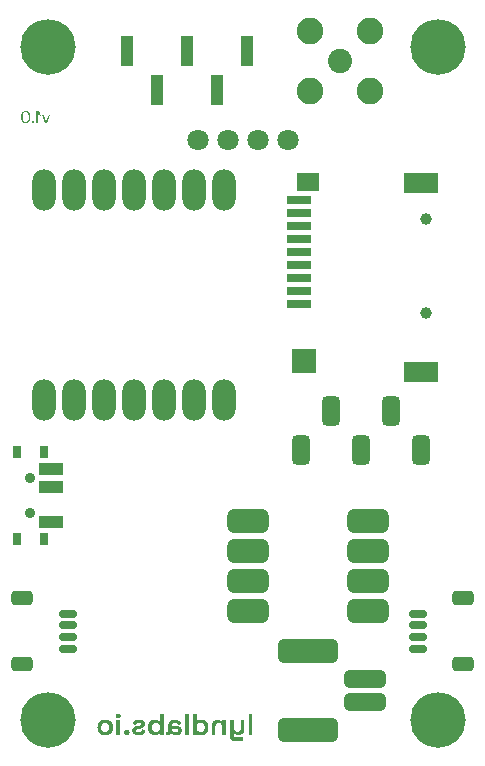
<source format=gbr>
%TF.GenerationSoftware,KiCad,Pcbnew,7.0.7-7.0.7~ubuntu22.04.1*%
%TF.CreationDate,2023-12-23T21:18:33-08:00*%
%TF.ProjectId,Wardriver-PCB,57617264-7269-4766-9572-2d5043422e6b,rev?*%
%TF.SameCoordinates,Original*%
%TF.FileFunction,Soldermask,Bot*%
%TF.FilePolarity,Negative*%
%FSLAX46Y46*%
G04 Gerber Fmt 4.6, Leading zero omitted, Abs format (unit mm)*
G04 Created by KiCad (PCBNEW 7.0.7-7.0.7~ubuntu22.04.1) date 2023-12-23 21:18:33*
%MOMM*%
%LPD*%
G01*
G04 APERTURE LIST*
G04 Aperture macros list*
%AMRoundRect*
0 Rectangle with rounded corners*
0 $1 Rounding radius*
0 $2 $3 $4 $5 $6 $7 $8 $9 X,Y pos of 4 corners*
0 Add a 4 corners polygon primitive as box body*
4,1,4,$2,$3,$4,$5,$6,$7,$8,$9,$2,$3,0*
0 Add four circle primitives for the rounded corners*
1,1,$1+$1,$2,$3*
1,1,$1+$1,$4,$5*
1,1,$1+$1,$6,$7*
1,1,$1+$1,$8,$9*
0 Add four rect primitives between the rounded corners*
20,1,$1+$1,$2,$3,$4,$5,0*
20,1,$1+$1,$4,$5,$6,$7,0*
20,1,$1+$1,$6,$7,$8,$9,0*
20,1,$1+$1,$8,$9,$2,$3,0*%
G04 Aperture macros list end*
%ADD10C,0.300000*%
%ADD11C,0.150000*%
%ADD12C,4.700000*%
%ADD13C,1.800000*%
%ADD14C,2.050000*%
%ADD15C,2.250000*%
%ADD16RoundRect,0.500000X-1.250000X0.500000X-1.250000X-0.500000X1.250000X-0.500000X1.250000X0.500000X0*%
%ADD17RoundRect,0.150000X0.625000X-0.150000X0.625000X0.150000X-0.625000X0.150000X-0.625000X-0.150000X0*%
%ADD18RoundRect,0.250000X0.650000X-0.350000X0.650000X0.350000X-0.650000X0.350000X-0.650000X-0.350000X0*%
%ADD19C,1.000000*%
%ADD20R,2.000000X0.700000*%
%ADD21R,1.900000X1.600000*%
%ADD22R,3.000000X1.700000*%
%ADD23R,2.000000X2.100000*%
%ADD24RoundRect,0.375000X1.375000X-0.375000X1.375000X0.375000X-1.375000X0.375000X-1.375000X-0.375000X0*%
%ADD25RoundRect,0.333335X2.166665X-0.666665X2.166665X0.666665X-2.166665X0.666665X-2.166665X-0.666665X0*%
%ADD26O,2.000000X3.500000*%
%ADD27RoundRect,0.150000X-0.625000X0.150000X-0.625000X-0.150000X0.625000X-0.150000X0.625000X0.150000X0*%
%ADD28RoundRect,0.250000X-0.650000X0.350000X-0.650000X-0.350000X0.650000X-0.350000X0.650000X0.350000X0*%
%ADD29R,1.000000X2.510000*%
%ADD30R,0.800000X1.000000*%
%ADD31C,0.900000*%
%ADD32R,2.000000X1.000000*%
%ADD33RoundRect,0.375000X-0.375000X-0.880000X0.375000X-0.880000X0.375000X0.880000X-0.375000X0.880000X0*%
G04 APERTURE END LIST*
D10*
G36*
X803705Y-29754000D02*
G01*
X803705Y-27990175D01*
X486287Y-27990175D01*
X486287Y-29754000D01*
X803705Y-29754000D01*
G37*
G36*
X-2588Y-30257824D02*
G01*
X-2588Y-29980852D01*
X-682707Y-29980852D01*
X-703098Y-29979006D01*
X-720033Y-29973468D01*
X-735793Y-29961948D01*
X-746576Y-29945111D01*
X-751761Y-29927019D01*
X-753489Y-29905235D01*
X-753489Y-29590015D01*
X-708206Y-29590015D01*
X-699819Y-29606172D01*
X-689824Y-29622328D01*
X-678221Y-29638485D01*
X-665012Y-29654642D01*
X-652776Y-29668105D01*
X-644898Y-29676184D01*
X-630831Y-29689145D01*
X-615283Y-29701377D01*
X-598253Y-29712879D01*
X-579743Y-29723651D01*
X-563868Y-29731743D01*
X-547045Y-29739368D01*
X-529274Y-29746526D01*
X-510397Y-29753017D01*
X-490256Y-29758643D01*
X-468851Y-29763404D01*
X-446182Y-29767299D01*
X-428351Y-29769652D01*
X-409809Y-29771518D01*
X-390556Y-29772897D01*
X-370592Y-29773790D01*
X-349917Y-29774196D01*
X-342868Y-29774223D01*
X-324710Y-29773962D01*
X-306838Y-29773179D01*
X-289251Y-29771873D01*
X-263404Y-29768937D01*
X-238200Y-29764826D01*
X-213636Y-29759540D01*
X-189714Y-29753079D01*
X-166434Y-29745444D01*
X-143794Y-29736634D01*
X-121797Y-29726649D01*
X-100440Y-29715490D01*
X-86559Y-29707398D01*
X-66463Y-29694416D01*
X-47224Y-29680530D01*
X-28843Y-29665740D01*
X-11319Y-29650046D01*
X5345Y-29633447D01*
X21153Y-29615945D01*
X36102Y-29597538D01*
X50194Y-29578227D01*
X63429Y-29558012D01*
X75805Y-29536893D01*
X83579Y-29522311D01*
X94343Y-29499749D01*
X104048Y-29476576D01*
X112695Y-29452794D01*
X120282Y-29428400D01*
X126811Y-29403396D01*
X132281Y-29377782D01*
X135340Y-29360366D01*
X137928Y-29342679D01*
X140045Y-29324721D01*
X141692Y-29306492D01*
X142869Y-29287991D01*
X143574Y-29269219D01*
X143810Y-29250175D01*
X143810Y-28504111D01*
X-174047Y-28504111D01*
X-174047Y-29224676D01*
X-174654Y-29250519D01*
X-176474Y-29275125D01*
X-179507Y-29298494D01*
X-183753Y-29320627D01*
X-189213Y-29341524D01*
X-195886Y-29361184D01*
X-203773Y-29379607D01*
X-212872Y-29396794D01*
X-223185Y-29412745D01*
X-234712Y-29427459D01*
X-243070Y-29436581D01*
X-256612Y-29449152D01*
X-271190Y-29460487D01*
X-286803Y-29470585D01*
X-303451Y-29479446D01*
X-321136Y-29487071D01*
X-339855Y-29493460D01*
X-359611Y-29498612D01*
X-380402Y-29502527D01*
X-402228Y-29505206D01*
X-425090Y-29506649D01*
X-440907Y-29506923D01*
X-458949Y-29506546D01*
X-485046Y-29504562D01*
X-509985Y-29500878D01*
X-533764Y-29495495D01*
X-556384Y-29488411D01*
X-577844Y-29479626D01*
X-598146Y-29469142D01*
X-617288Y-29456958D01*
X-635271Y-29443073D01*
X-652095Y-29427488D01*
X-667759Y-29410203D01*
X-682137Y-29391310D01*
X-695101Y-29371064D01*
X-706651Y-29349465D01*
X-716786Y-29326514D01*
X-725507Y-29302211D01*
X-730535Y-29285257D01*
X-734935Y-29267703D01*
X-738706Y-29249547D01*
X-741849Y-29230791D01*
X-744363Y-29211433D01*
X-746249Y-29191474D01*
X-747506Y-29170914D01*
X-748134Y-29149753D01*
X-748213Y-29138947D01*
X-748213Y-28504111D01*
X-1066071Y-28504111D01*
X-1066071Y-29975577D01*
X-1065406Y-29999269D01*
X-1063412Y-30022042D01*
X-1060089Y-30043896D01*
X-1055437Y-30064830D01*
X-1049455Y-30084844D01*
X-1042145Y-30103939D01*
X-1033505Y-30122114D01*
X-1023536Y-30139369D01*
X-1012237Y-30155705D01*
X-999610Y-30171121D01*
X-990453Y-30180887D01*
X-975830Y-30194637D01*
X-960319Y-30207034D01*
X-943919Y-30218078D01*
X-926630Y-30227770D01*
X-908453Y-30236110D01*
X-889386Y-30243098D01*
X-869431Y-30248733D01*
X-848588Y-30253015D01*
X-826855Y-30255945D01*
X-804234Y-30257523D01*
X-788660Y-30257824D01*
X-2588Y-30257824D01*
G37*
G36*
X-1417341Y-29754000D02*
G01*
X-1417341Y-28504111D01*
X-1729923Y-28504111D01*
X-1729923Y-28668096D01*
X-1775205Y-28668096D01*
X-1783613Y-28651719D01*
X-1793670Y-28635563D01*
X-1805375Y-28619626D01*
X-1818729Y-28603909D01*
X-1833732Y-28588412D01*
X-1850383Y-28573134D01*
X-1863954Y-28561820D01*
X-1878451Y-28550630D01*
X-1888632Y-28543239D01*
X-1904965Y-28532632D01*
X-1922805Y-28523069D01*
X-1942152Y-28514549D01*
X-1963006Y-28507072D01*
X-1985367Y-28500638D01*
X-2009235Y-28495248D01*
X-2034610Y-28490901D01*
X-2052364Y-28488583D01*
X-2070787Y-28486728D01*
X-2089880Y-28485337D01*
X-2109643Y-28484409D01*
X-2130076Y-28483946D01*
X-2140544Y-28483888D01*
X-2158699Y-28484149D01*
X-2176567Y-28484932D01*
X-2194145Y-28486237D01*
X-2219972Y-28489174D01*
X-2245150Y-28493285D01*
X-2269679Y-28498571D01*
X-2293558Y-28505032D01*
X-2316788Y-28512667D01*
X-2339370Y-28521477D01*
X-2361302Y-28531461D01*
X-2382585Y-28542621D01*
X-2396413Y-28550713D01*
X-2416509Y-28563687D01*
X-2435748Y-28577549D01*
X-2454129Y-28592301D01*
X-2471652Y-28607941D01*
X-2488318Y-28624470D01*
X-2504125Y-28641888D01*
X-2519075Y-28660194D01*
X-2533167Y-28679389D01*
X-2546401Y-28699473D01*
X-2558778Y-28720445D01*
X-2566552Y-28734921D01*
X-2577395Y-28757191D01*
X-2587170Y-28780150D01*
X-2595880Y-28803796D01*
X-2603523Y-28828131D01*
X-2610099Y-28853153D01*
X-2615610Y-28878862D01*
X-2618690Y-28896384D01*
X-2621297Y-28914212D01*
X-2623430Y-28932345D01*
X-2625089Y-28950784D01*
X-2626274Y-28969529D01*
X-2626985Y-28988579D01*
X-2627222Y-29007935D01*
X-2627222Y-29754000D01*
X-2309364Y-29754000D01*
X-2309364Y-29033434D01*
X-2308754Y-29007596D01*
X-2306922Y-28983001D01*
X-2303870Y-28959651D01*
X-2299596Y-28937545D01*
X-2294102Y-28916684D01*
X-2287386Y-28897066D01*
X-2279449Y-28878693D01*
X-2270292Y-28861564D01*
X-2259913Y-28845679D01*
X-2248313Y-28831038D01*
X-2239902Y-28821969D01*
X-2226438Y-28809319D01*
X-2211932Y-28797914D01*
X-2196382Y-28787753D01*
X-2179788Y-28778836D01*
X-2162152Y-28771164D01*
X-2143472Y-28764735D01*
X-2123749Y-28759551D01*
X-2102982Y-28755611D01*
X-2081173Y-28752915D01*
X-2058320Y-28751464D01*
X-2042505Y-28751187D01*
X-2024461Y-28751567D01*
X-1998354Y-28753559D01*
X-1973399Y-28757260D01*
X-1949596Y-28762668D01*
X-1926944Y-28769784D01*
X-1905443Y-28778608D01*
X-1885094Y-28789140D01*
X-1865896Y-28801380D01*
X-1847850Y-28815328D01*
X-1830956Y-28830984D01*
X-1815212Y-28848347D01*
X-1800834Y-28867162D01*
X-1787871Y-28887337D01*
X-1776321Y-28908873D01*
X-1766186Y-28931768D01*
X-1757465Y-28956024D01*
X-1752437Y-28972950D01*
X-1748037Y-28990480D01*
X-1744265Y-29008615D01*
X-1741123Y-29027355D01*
X-1738609Y-29046699D01*
X-1736723Y-29066647D01*
X-1735466Y-29087200D01*
X-1734837Y-29108358D01*
X-1734759Y-29119163D01*
X-1734759Y-29754000D01*
X-1417341Y-29754000D01*
G37*
G36*
X-3906127Y-28647872D02*
G01*
X-3860404Y-28647872D01*
X-3852015Y-28633724D01*
X-3840475Y-28617114D01*
X-3827327Y-28600906D01*
X-3815142Y-28587706D01*
X-3801841Y-28574785D01*
X-3787424Y-28562143D01*
X-3784401Y-28559629D01*
X-3768434Y-28547470D01*
X-3751051Y-28535999D01*
X-3732250Y-28525214D01*
X-3716190Y-28517080D01*
X-3699222Y-28509387D01*
X-3681348Y-28502133D01*
X-3662568Y-28495318D01*
X-3652861Y-28492124D01*
X-3632583Y-28486354D01*
X-3611151Y-28481408D01*
X-3588564Y-28477286D01*
X-3570867Y-28474736D01*
X-3552521Y-28472650D01*
X-3533525Y-28471027D01*
X-3513881Y-28469868D01*
X-3493587Y-28469172D01*
X-3472644Y-28468940D01*
X-3453827Y-28469230D01*
X-3435186Y-28470101D01*
X-3416719Y-28471552D01*
X-3398428Y-28473584D01*
X-3380312Y-28476196D01*
X-3362371Y-28479388D01*
X-3344605Y-28483161D01*
X-3327015Y-28487515D01*
X-3309599Y-28492449D01*
X-3292359Y-28497963D01*
X-3275294Y-28504058D01*
X-3258404Y-28510733D01*
X-3241689Y-28517989D01*
X-3225149Y-28525825D01*
X-3208785Y-28534242D01*
X-3192595Y-28543239D01*
X-3176744Y-28552798D01*
X-3161285Y-28562899D01*
X-3146217Y-28573543D01*
X-3131541Y-28584730D01*
X-3117256Y-28596459D01*
X-3103363Y-28608731D01*
X-3089861Y-28621546D01*
X-3076751Y-28634903D01*
X-3064033Y-28648803D01*
X-3051705Y-28663246D01*
X-3039770Y-28678231D01*
X-3028226Y-28693760D01*
X-3017074Y-28709830D01*
X-3006313Y-28726444D01*
X-2995944Y-28743600D01*
X-2985966Y-28761299D01*
X-2976543Y-28779453D01*
X-2967728Y-28798084D01*
X-2959521Y-28817193D01*
X-2951922Y-28836779D01*
X-2944930Y-28856843D01*
X-2938547Y-28877384D01*
X-2932772Y-28898402D01*
X-2927604Y-28919898D01*
X-2923045Y-28941871D01*
X-2919093Y-28964322D01*
X-2915749Y-28987250D01*
X-2913014Y-29010656D01*
X-2910886Y-29034538D01*
X-2909366Y-29058899D01*
X-2908454Y-29083737D01*
X-2908150Y-29109052D01*
X-2908150Y-29149059D01*
X-2908454Y-29174376D01*
X-2909366Y-29199219D01*
X-2910886Y-29223588D01*
X-2913014Y-29247483D01*
X-2915749Y-29270904D01*
X-2919093Y-29293851D01*
X-2923045Y-29316324D01*
X-2927604Y-29338323D01*
X-2932772Y-29359848D01*
X-2938547Y-29380899D01*
X-2944930Y-29401476D01*
X-2951922Y-29421579D01*
X-2959521Y-29441208D01*
X-2967728Y-29460363D01*
X-2976543Y-29479044D01*
X-2985966Y-29497251D01*
X-2995949Y-29514897D01*
X-3006334Y-29532003D01*
X-3017120Y-29548570D01*
X-3028309Y-29564598D01*
X-3039899Y-29580087D01*
X-3051891Y-29595036D01*
X-3064285Y-29609446D01*
X-3077081Y-29623317D01*
X-3090278Y-29636649D01*
X-3103878Y-29649441D01*
X-3117879Y-29661695D01*
X-3132283Y-29673409D01*
X-3147088Y-29684583D01*
X-3162295Y-29695219D01*
X-3177904Y-29705315D01*
X-3193914Y-29714872D01*
X-3210202Y-29723869D01*
X-3226640Y-29732286D01*
X-3243229Y-29740122D01*
X-3259970Y-29747377D01*
X-3276862Y-29754053D01*
X-3293904Y-29760148D01*
X-3311098Y-29765662D01*
X-3328443Y-29770596D01*
X-3345940Y-29774949D01*
X-3363587Y-29778722D01*
X-3381385Y-29781915D01*
X-3399335Y-29784527D01*
X-3417435Y-29786558D01*
X-3435687Y-29788010D01*
X-3454090Y-29788880D01*
X-3472644Y-29789170D01*
X-3483253Y-29789114D01*
X-3503992Y-29788664D01*
X-3524091Y-29787764D01*
X-3543552Y-29786415D01*
X-3562374Y-29784615D01*
X-3580557Y-29782365D01*
X-3606634Y-29778147D01*
X-3631273Y-29772916D01*
X-3654475Y-29766673D01*
X-3676240Y-29759418D01*
X-3696567Y-29751150D01*
X-3715457Y-29741870D01*
X-3732909Y-29731578D01*
X-3749316Y-29720585D01*
X-3764903Y-29709368D01*
X-3779672Y-29697926D01*
X-3793621Y-29686261D01*
X-3810945Y-29670359D01*
X-3826813Y-29654058D01*
X-3841225Y-29637358D01*
X-3854181Y-29620261D01*
X-3865680Y-29602764D01*
X-3910963Y-29602764D01*
X-3910963Y-29754000D01*
X-4223545Y-29754000D01*
X-4223545Y-29141585D01*
X-3910963Y-29141585D01*
X-3910578Y-29163941D01*
X-3909424Y-29185617D01*
X-3907500Y-29206613D01*
X-3904808Y-29226930D01*
X-3901345Y-29246566D01*
X-3897114Y-29265521D01*
X-3892113Y-29283797D01*
X-3886343Y-29301393D01*
X-3879803Y-29318309D01*
X-3872494Y-29334544D01*
X-3860088Y-29357623D01*
X-3845951Y-29379171D01*
X-3830083Y-29399189D01*
X-3812484Y-29417677D01*
X-3806309Y-29423492D01*
X-3787218Y-29439831D01*
X-3767278Y-29454507D01*
X-3746487Y-29467523D01*
X-3724846Y-29478876D01*
X-3702355Y-29488569D01*
X-3679014Y-29496599D01*
X-3654822Y-29502968D01*
X-3629781Y-29507676D01*
X-3603890Y-29510722D01*
X-3586157Y-29511830D01*
X-3568046Y-29512199D01*
X-3549986Y-29511830D01*
X-3523592Y-29509891D01*
X-3498033Y-29506291D01*
X-3473309Y-29501030D01*
X-3449419Y-29494107D01*
X-3426364Y-29485522D01*
X-3404143Y-29475276D01*
X-3382757Y-29463369D01*
X-3362206Y-29449800D01*
X-3342489Y-29434569D01*
X-3323607Y-29417677D01*
X-3306087Y-29399189D01*
X-3290289Y-29379171D01*
X-3276215Y-29357623D01*
X-3263865Y-29334544D01*
X-3256588Y-29318309D01*
X-3250078Y-29301393D01*
X-3244334Y-29283797D01*
X-3239355Y-29265521D01*
X-3235142Y-29246566D01*
X-3231696Y-29226930D01*
X-3229015Y-29206613D01*
X-3227100Y-29185617D01*
X-3225951Y-29163941D01*
X-3225568Y-29141585D01*
X-3225568Y-29116526D01*
X-3225951Y-29094169D01*
X-3227100Y-29072493D01*
X-3229015Y-29051497D01*
X-3231696Y-29031181D01*
X-3235142Y-29011545D01*
X-3239355Y-28992589D01*
X-3244334Y-28974313D01*
X-3250078Y-28956718D01*
X-3256588Y-28939802D01*
X-3263865Y-28923566D01*
X-3276215Y-28900488D01*
X-3290289Y-28878940D01*
X-3306087Y-28858921D01*
X-3323607Y-28840434D01*
X-3329809Y-28834618D01*
X-3348969Y-28818280D01*
X-3368964Y-28803603D01*
X-3389793Y-28790588D01*
X-3411457Y-28779234D01*
X-3433956Y-28769542D01*
X-3457290Y-28761511D01*
X-3481458Y-28755142D01*
X-3506460Y-28750435D01*
X-3532298Y-28747388D01*
X-3549986Y-28746281D01*
X-3568046Y-28745912D01*
X-3577309Y-28746004D01*
X-3595530Y-28746742D01*
X-3613342Y-28748219D01*
X-3639294Y-28751819D01*
X-3664327Y-28757081D01*
X-3688439Y-28764004D01*
X-3711632Y-28772588D01*
X-3733906Y-28782834D01*
X-3755259Y-28794742D01*
X-3775693Y-28808311D01*
X-3795208Y-28823541D01*
X-3813803Y-28840434D01*
X-3831166Y-28858921D01*
X-3846822Y-28878940D01*
X-3860770Y-28900488D01*
X-3873009Y-28923566D01*
X-3880221Y-28939802D01*
X-3886673Y-28956718D01*
X-3892366Y-28974313D01*
X-3897299Y-28992589D01*
X-3901474Y-29011545D01*
X-3904890Y-29031181D01*
X-3907547Y-29051497D01*
X-3909444Y-29072493D01*
X-3910583Y-29094169D01*
X-3910963Y-29116526D01*
X-3910963Y-29141585D01*
X-4223545Y-29141585D01*
X-4223545Y-27990175D01*
X-3906127Y-27990175D01*
X-3906127Y-28647872D01*
G37*
G36*
X-4575694Y-29754000D02*
G01*
X-4575694Y-27990175D01*
X-4893112Y-27990175D01*
X-4893112Y-29754000D01*
X-4575694Y-29754000D01*
G37*
G36*
X-5744936Y-28469133D02*
G01*
X-5725345Y-28469710D01*
X-5706138Y-28470671D01*
X-5687316Y-28472018D01*
X-5668879Y-28473749D01*
X-5650826Y-28475864D01*
X-5633159Y-28478365D01*
X-5607378Y-28482837D01*
X-5582463Y-28488174D01*
X-5558413Y-28494377D01*
X-5535229Y-28501446D01*
X-5512911Y-28509380D01*
X-5491458Y-28518180D01*
X-5477621Y-28524400D01*
X-5457530Y-28534181D01*
X-5438234Y-28544503D01*
X-5419735Y-28555366D01*
X-5402031Y-28566770D01*
X-5385124Y-28578715D01*
X-5369012Y-28591201D01*
X-5353697Y-28604227D01*
X-5339177Y-28617795D01*
X-5325453Y-28631904D01*
X-5312526Y-28646554D01*
X-5304315Y-28656511D01*
X-5292534Y-28671691D01*
X-5281394Y-28687165D01*
X-5270895Y-28702933D01*
X-5261038Y-28718994D01*
X-5251823Y-28735349D01*
X-5243248Y-28751998D01*
X-5235316Y-28768940D01*
X-5228024Y-28786176D01*
X-5221374Y-28803706D01*
X-5215366Y-28821529D01*
X-5507725Y-28920008D01*
X-5512753Y-28899070D01*
X-5519045Y-28879122D01*
X-5526601Y-28860162D01*
X-5535422Y-28842192D01*
X-5545506Y-28825211D01*
X-5556854Y-28809219D01*
X-5569466Y-28794217D01*
X-5583342Y-28780203D01*
X-5587028Y-28776849D01*
X-5602958Y-28764498D01*
X-5620784Y-28753851D01*
X-5640506Y-28744907D01*
X-5662124Y-28737667D01*
X-5679581Y-28733354D01*
X-5698105Y-28730000D01*
X-5717696Y-28727605D01*
X-5738353Y-28726167D01*
X-5760076Y-28725688D01*
X-5767569Y-28725744D01*
X-5789278Y-28726574D01*
X-5809836Y-28728402D01*
X-5829242Y-28731227D01*
X-5847497Y-28735048D01*
X-5864600Y-28739867D01*
X-5885613Y-28747842D01*
X-5904579Y-28757589D01*
X-5921499Y-28769109D01*
X-5936371Y-28782401D01*
X-5949354Y-28797074D01*
X-5960606Y-28812736D01*
X-5970127Y-28829388D01*
X-5977916Y-28847028D01*
X-5983975Y-28865658D01*
X-5988303Y-28885277D01*
X-5990899Y-28905885D01*
X-5991765Y-28927482D01*
X-5991765Y-28997824D01*
X-5648848Y-28997824D01*
X-5631331Y-28997997D01*
X-5605520Y-28998908D01*
X-5580265Y-29000599D01*
X-5555566Y-29003071D01*
X-5531424Y-29006323D01*
X-5507838Y-29010355D01*
X-5484808Y-29015169D01*
X-5462335Y-29020762D01*
X-5440419Y-29027137D01*
X-5419059Y-29034292D01*
X-5398255Y-29042227D01*
X-5384757Y-29047891D01*
X-5365205Y-29057018D01*
X-5346488Y-29066902D01*
X-5328605Y-29077543D01*
X-5311557Y-29088942D01*
X-5295344Y-29101098D01*
X-5279965Y-29114011D01*
X-5265421Y-29127682D01*
X-5251711Y-29142110D01*
X-5238837Y-29157296D01*
X-5226796Y-29173239D01*
X-5219343Y-29184281D01*
X-5209065Y-29201450D01*
X-5199869Y-29219346D01*
X-5191754Y-29237968D01*
X-5184722Y-29257316D01*
X-5178771Y-29277391D01*
X-5173903Y-29298192D01*
X-5170116Y-29319720D01*
X-5167411Y-29341974D01*
X-5165788Y-29364954D01*
X-5165247Y-29388661D01*
X-5165488Y-29404557D01*
X-5166750Y-29427833D01*
X-5169094Y-29450430D01*
X-5172520Y-29472347D01*
X-5177028Y-29493583D01*
X-5182618Y-29514140D01*
X-5189290Y-29534016D01*
X-5197044Y-29553212D01*
X-5205879Y-29571729D01*
X-5215797Y-29589565D01*
X-5226796Y-29606721D01*
X-5234715Y-29617710D01*
X-5247231Y-29633569D01*
X-5260511Y-29648679D01*
X-5274557Y-29663039D01*
X-5289367Y-29676649D01*
X-5304943Y-29689510D01*
X-5321284Y-29701621D01*
X-5338390Y-29712982D01*
X-5356261Y-29723594D01*
X-5374897Y-29733456D01*
X-5394298Y-29742569D01*
X-5407650Y-29748212D01*
X-5428085Y-29755994D01*
X-5449006Y-29762957D01*
X-5470413Y-29769101D01*
X-5492308Y-29774425D01*
X-5514690Y-29778931D01*
X-5537558Y-29782617D01*
X-5560913Y-29785484D01*
X-5584756Y-29787532D01*
X-5609085Y-29788761D01*
X-5633900Y-29789170D01*
X-5657978Y-29788838D01*
X-5681082Y-29787841D01*
X-5703213Y-29786180D01*
X-5724369Y-29783854D01*
X-5744552Y-29780863D01*
X-5763762Y-29777208D01*
X-5781997Y-29772888D01*
X-5799259Y-29767903D01*
X-5820760Y-29760223D01*
X-5840530Y-29751362D01*
X-5845216Y-29748988D01*
X-5863173Y-29739278D01*
X-5879865Y-29729225D01*
X-5895294Y-29718828D01*
X-5909458Y-29708088D01*
X-5925387Y-29694180D01*
X-5939340Y-29679735D01*
X-5951318Y-29664753D01*
X-5961698Y-29649827D01*
X-5972537Y-29633135D01*
X-5981615Y-29617772D01*
X-5989979Y-29601528D01*
X-5996601Y-29585179D01*
X-6044521Y-29585179D01*
X-6044521Y-29587817D01*
X-6045463Y-29606247D01*
X-6049286Y-29627952D01*
X-6056050Y-29648176D01*
X-6065755Y-29666918D01*
X-6078401Y-29684180D01*
X-6090635Y-29696922D01*
X-6104752Y-29708717D01*
X-6120434Y-29719330D01*
X-6137148Y-29728528D01*
X-6154891Y-29736311D01*
X-6173665Y-29742679D01*
X-6193469Y-29747632D01*
X-6214304Y-29751169D01*
X-6236169Y-29753292D01*
X-6259064Y-29754000D01*
X-6470530Y-29754000D01*
X-6470530Y-29491976D01*
X-6369853Y-29491976D01*
X-6349462Y-29490130D01*
X-6329554Y-29483040D01*
X-6314624Y-29470634D01*
X-6304670Y-29452912D01*
X-6300177Y-29434081D01*
X-6299071Y-29416358D01*
X-6299071Y-29234788D01*
X-5991765Y-29234788D01*
X-5991765Y-29260287D01*
X-5991435Y-29275485D01*
X-5989704Y-29297575D01*
X-5986489Y-29318814D01*
X-5981791Y-29339203D01*
X-5975608Y-29358742D01*
X-5967942Y-29377431D01*
X-5958792Y-29395269D01*
X-5948159Y-29412258D01*
X-5936041Y-29428397D01*
X-5922440Y-29443685D01*
X-5907355Y-29458124D01*
X-5896611Y-29467121D01*
X-5879774Y-29479528D01*
X-5862072Y-29490629D01*
X-5843504Y-29500425D01*
X-5824071Y-29508914D01*
X-5803772Y-29516097D01*
X-5782608Y-29521974D01*
X-5760578Y-29526545D01*
X-5737682Y-29529810D01*
X-5713921Y-29531769D01*
X-5689295Y-29532422D01*
X-5670835Y-29532048D01*
X-5647521Y-29530382D01*
X-5625690Y-29527383D01*
X-5605343Y-29523052D01*
X-5586480Y-29517388D01*
X-5569100Y-29510392D01*
X-5553205Y-29502063D01*
X-5535422Y-29489778D01*
X-5529033Y-29484294D01*
X-5514865Y-29469729D01*
X-5503273Y-29453940D01*
X-5494257Y-29436928D01*
X-5487817Y-29418692D01*
X-5483953Y-29399233D01*
X-5482665Y-29378549D01*
X-5482861Y-29370150D01*
X-5485063Y-29350188D01*
X-5489713Y-29331707D01*
X-5496810Y-29314708D01*
X-5506354Y-29299190D01*
X-5518345Y-29285153D01*
X-5532784Y-29272597D01*
X-5539251Y-29268018D01*
X-5556712Y-29257865D01*
X-5576019Y-29249557D01*
X-5592794Y-29244240D01*
X-5610751Y-29240105D01*
X-5629889Y-29237151D01*
X-5650208Y-29235379D01*
X-5671709Y-29234788D01*
X-5991765Y-29234788D01*
X-6299071Y-29234788D01*
X-6299071Y-28949903D01*
X-6298510Y-28921047D01*
X-6296825Y-28893059D01*
X-6294017Y-28865941D01*
X-6290086Y-28839692D01*
X-6285032Y-28814311D01*
X-6278855Y-28789800D01*
X-6271555Y-28766157D01*
X-6263131Y-28743384D01*
X-6253584Y-28721479D01*
X-6242915Y-28700443D01*
X-6231122Y-28680277D01*
X-6218206Y-28660979D01*
X-6204166Y-28642550D01*
X-6189004Y-28624991D01*
X-6172719Y-28608300D01*
X-6155310Y-28592478D01*
X-6136990Y-28577519D01*
X-6117858Y-28563524D01*
X-6097917Y-28550495D01*
X-6077165Y-28538430D01*
X-6055602Y-28527331D01*
X-6033228Y-28517197D01*
X-6010044Y-28508028D01*
X-5986050Y-28499825D01*
X-5961245Y-28492586D01*
X-5935629Y-28486313D01*
X-5909203Y-28481004D01*
X-5881966Y-28476661D01*
X-5853918Y-28473283D01*
X-5825060Y-28470870D01*
X-5795391Y-28469423D01*
X-5764912Y-28468940D01*
X-5744936Y-28469133D01*
G37*
G36*
X-6701779Y-29754000D02*
G01*
X-7014361Y-29754000D01*
X-7014361Y-29602764D01*
X-7059644Y-29602764D01*
X-7062383Y-29607176D01*
X-7074267Y-29624572D01*
X-7087634Y-29641570D01*
X-7102486Y-29658170D01*
X-7118821Y-29674372D01*
X-7132046Y-29686261D01*
X-7146106Y-29697926D01*
X-7161001Y-29709368D01*
X-7176730Y-29720585D01*
X-7193293Y-29731578D01*
X-7204920Y-29738552D01*
X-7223505Y-29748170D01*
X-7243467Y-29756775D01*
X-7264804Y-29764367D01*
X-7287516Y-29770948D01*
X-7311605Y-29776516D01*
X-7337068Y-29781072D01*
X-7354808Y-29783546D01*
X-7373160Y-29785571D01*
X-7392123Y-29787146D01*
X-7411697Y-29788271D01*
X-7431882Y-29788945D01*
X-7452679Y-29789170D01*
X-7471494Y-29788880D01*
X-7490131Y-29788010D01*
X-7508589Y-29786558D01*
X-7526868Y-29784527D01*
X-7544969Y-29781915D01*
X-7562891Y-29778722D01*
X-7580634Y-29774949D01*
X-7598199Y-29770596D01*
X-7615585Y-29765662D01*
X-7632793Y-29760148D01*
X-7649822Y-29754053D01*
X-7666673Y-29747377D01*
X-7683344Y-29740122D01*
X-7699838Y-29732286D01*
X-7716152Y-29723869D01*
X-7732288Y-29714872D01*
X-7748191Y-29705315D01*
X-7763695Y-29695219D01*
X-7778801Y-29684583D01*
X-7793508Y-29673409D01*
X-7807817Y-29661695D01*
X-7821727Y-29649441D01*
X-7835239Y-29636649D01*
X-7848353Y-29623317D01*
X-7861068Y-29609446D01*
X-7873384Y-29595036D01*
X-7885303Y-29580087D01*
X-7896823Y-29564598D01*
X-7907944Y-29548570D01*
X-7918667Y-29532003D01*
X-7928992Y-29514897D01*
X-7938918Y-29497251D01*
X-7948394Y-29479044D01*
X-7957259Y-29460363D01*
X-7965512Y-29441208D01*
X-7973155Y-29421579D01*
X-7980185Y-29401476D01*
X-7986605Y-29380899D01*
X-7992413Y-29359848D01*
X-7997609Y-29338323D01*
X-8002195Y-29316324D01*
X-8006169Y-29293851D01*
X-8009531Y-29270904D01*
X-8012282Y-29247483D01*
X-8014422Y-29223588D01*
X-8015951Y-29199219D01*
X-8016868Y-29174376D01*
X-8017173Y-29149059D01*
X-8017173Y-29141585D01*
X-7699755Y-29141585D01*
X-7699371Y-29163941D01*
X-7698217Y-29185617D01*
X-7696293Y-29206613D01*
X-7693600Y-29226930D01*
X-7690138Y-29246566D01*
X-7685907Y-29265521D01*
X-7680906Y-29283797D01*
X-7675136Y-29301393D01*
X-7668596Y-29318309D01*
X-7661287Y-29334544D01*
X-7648881Y-29357623D01*
X-7634744Y-29379171D01*
X-7618876Y-29399189D01*
X-7601277Y-29417677D01*
X-7595102Y-29423492D01*
X-7576018Y-29439831D01*
X-7556091Y-29454507D01*
X-7535322Y-29467523D01*
X-7513711Y-29478876D01*
X-7491257Y-29488569D01*
X-7467961Y-29496599D01*
X-7443823Y-29502968D01*
X-7418842Y-29507676D01*
X-7393019Y-29510722D01*
X-7375336Y-29511830D01*
X-7357278Y-29512199D01*
X-7348175Y-29512107D01*
X-7330249Y-29511368D01*
X-7312698Y-29509891D01*
X-7287073Y-29506291D01*
X-7262291Y-29501030D01*
X-7238351Y-29494107D01*
X-7215253Y-29485522D01*
X-7192998Y-29475276D01*
X-7171585Y-29463369D01*
X-7151014Y-29449800D01*
X-7131286Y-29434569D01*
X-7112400Y-29417677D01*
X-7094879Y-29399189D01*
X-7079082Y-29379171D01*
X-7065008Y-29357623D01*
X-7052657Y-29334544D01*
X-7045381Y-29318309D01*
X-7038871Y-29301393D01*
X-7033126Y-29283797D01*
X-7028148Y-29265521D01*
X-7023935Y-29246566D01*
X-7020488Y-29226930D01*
X-7017808Y-29206613D01*
X-7015893Y-29185617D01*
X-7014744Y-29163941D01*
X-7014361Y-29141585D01*
X-7014361Y-29116526D01*
X-7014744Y-29094169D01*
X-7015893Y-29072493D01*
X-7017808Y-29051497D01*
X-7020488Y-29031181D01*
X-7023935Y-29011545D01*
X-7028148Y-28992589D01*
X-7033126Y-28974313D01*
X-7038871Y-28956718D01*
X-7045381Y-28939802D01*
X-7052657Y-28923566D01*
X-7065008Y-28900488D01*
X-7079082Y-28878940D01*
X-7094879Y-28858921D01*
X-7112400Y-28840434D01*
X-7118602Y-28834618D01*
X-7137768Y-28818280D01*
X-7157778Y-28803603D01*
X-7178629Y-28790588D01*
X-7200323Y-28779234D01*
X-7222859Y-28769542D01*
X-7246237Y-28761511D01*
X-7270458Y-28755142D01*
X-7295521Y-28750435D01*
X-7321427Y-28747388D01*
X-7339165Y-28746281D01*
X-7357278Y-28745912D01*
X-7366515Y-28746004D01*
X-7384684Y-28746742D01*
X-7402448Y-28748219D01*
X-7428334Y-28751819D01*
X-7453309Y-28757081D01*
X-7477371Y-28764004D01*
X-7500522Y-28772588D01*
X-7522760Y-28782834D01*
X-7544087Y-28794742D01*
X-7564502Y-28808311D01*
X-7584004Y-28823541D01*
X-7602595Y-28840434D01*
X-7619959Y-28858921D01*
X-7635615Y-28878940D01*
X-7649562Y-28900488D01*
X-7661802Y-28923566D01*
X-7669013Y-28939802D01*
X-7675465Y-28956718D01*
X-7681158Y-28974313D01*
X-7686092Y-28992589D01*
X-7690267Y-29011545D01*
X-7693683Y-29031181D01*
X-7696339Y-29051497D01*
X-7698237Y-29072493D01*
X-7699376Y-29094169D01*
X-7699755Y-29116526D01*
X-7699755Y-29141585D01*
X-8017173Y-29141585D01*
X-8017173Y-29109052D01*
X-8016868Y-29083737D01*
X-8015951Y-29058899D01*
X-8014422Y-29034538D01*
X-8012282Y-29010656D01*
X-8009531Y-28987250D01*
X-8006169Y-28964322D01*
X-8002195Y-28941871D01*
X-7997609Y-28919898D01*
X-7992413Y-28898402D01*
X-7986605Y-28877384D01*
X-7980185Y-28856843D01*
X-7973155Y-28836779D01*
X-7965512Y-28817193D01*
X-7957259Y-28798084D01*
X-7948394Y-28779453D01*
X-7938918Y-28761299D01*
X-7928992Y-28743600D01*
X-7918667Y-28726444D01*
X-7907944Y-28709830D01*
X-7896823Y-28693760D01*
X-7885303Y-28678231D01*
X-7873384Y-28663246D01*
X-7861068Y-28648803D01*
X-7848353Y-28634903D01*
X-7835239Y-28621546D01*
X-7821727Y-28608731D01*
X-7807817Y-28596459D01*
X-7793508Y-28584730D01*
X-7778801Y-28573543D01*
X-7763695Y-28562899D01*
X-7748191Y-28552798D01*
X-7732288Y-28543239D01*
X-7716152Y-28534242D01*
X-7699838Y-28525825D01*
X-7683344Y-28517989D01*
X-7666673Y-28510733D01*
X-7649822Y-28504058D01*
X-7632793Y-28497963D01*
X-7615585Y-28492449D01*
X-7598199Y-28487515D01*
X-7580634Y-28483161D01*
X-7562891Y-28479388D01*
X-7544969Y-28476196D01*
X-7526868Y-28473584D01*
X-7508589Y-28471552D01*
X-7490131Y-28470101D01*
X-7471494Y-28469230D01*
X-7452679Y-28468940D01*
X-7445626Y-28468966D01*
X-7424893Y-28469352D01*
X-7404801Y-28470202D01*
X-7385351Y-28471516D01*
X-7366543Y-28473294D01*
X-7348375Y-28475535D01*
X-7325150Y-28479244D01*
X-7303065Y-28483778D01*
X-7282121Y-28489136D01*
X-7262316Y-28495318D01*
X-7257564Y-28496981D01*
X-7239141Y-28503905D01*
X-7221652Y-28511269D01*
X-7205097Y-28519073D01*
X-7189476Y-28527316D01*
X-7171263Y-28538238D01*
X-7154511Y-28549847D01*
X-7139218Y-28562143D01*
X-7125116Y-28574785D01*
X-7111938Y-28587706D01*
X-7099683Y-28600906D01*
X-7088351Y-28614385D01*
X-7075970Y-28630928D01*
X-7064919Y-28647872D01*
X-7019197Y-28647872D01*
X-7019197Y-27990175D01*
X-6701779Y-27990175D01*
X-6701779Y-29754000D01*
G37*
G36*
X-8828304Y-29789170D02*
G01*
X-8798092Y-29788758D01*
X-8768568Y-29787522D01*
X-8739731Y-29785461D01*
X-8711580Y-29782576D01*
X-8684117Y-29778866D01*
X-8657340Y-29774333D01*
X-8631250Y-29768975D01*
X-8605847Y-29762792D01*
X-8581132Y-29755786D01*
X-8557103Y-29747954D01*
X-8533761Y-29739299D01*
X-8511106Y-29729819D01*
X-8489137Y-29719515D01*
X-8467856Y-29708387D01*
X-8447262Y-29696435D01*
X-8427355Y-29683658D01*
X-8408328Y-29670060D01*
X-8390267Y-29655754D01*
X-8373171Y-29640741D01*
X-8357040Y-29625021D01*
X-8341874Y-29608593D01*
X-8327674Y-29591457D01*
X-8314438Y-29573614D01*
X-8302168Y-29555064D01*
X-8290863Y-29535806D01*
X-8280523Y-29515840D01*
X-8271148Y-29495167D01*
X-8262738Y-29473786D01*
X-8255293Y-29451697D01*
X-8248814Y-29428902D01*
X-8243300Y-29405398D01*
X-8238750Y-29381187D01*
X-8531109Y-29305570D01*
X-8535876Y-29326968D01*
X-8541386Y-29347198D01*
X-8547637Y-29366260D01*
X-8554630Y-29384155D01*
X-8562365Y-29400882D01*
X-8570841Y-29416441D01*
X-8582480Y-29434247D01*
X-8590020Y-29444055D01*
X-8603555Y-29459146D01*
X-8618056Y-29472821D01*
X-8633523Y-29485078D01*
X-8649955Y-29495919D01*
X-8667354Y-29505343D01*
X-8685719Y-29513350D01*
X-8693335Y-29516156D01*
X-8712975Y-29522235D01*
X-8733152Y-29527284D01*
X-8753865Y-29531303D01*
X-8775115Y-29534291D01*
X-8796901Y-29536249D01*
X-8814717Y-29537073D01*
X-8828304Y-29537258D01*
X-8848567Y-29536915D01*
X-8867809Y-29535883D01*
X-8886032Y-29534163D01*
X-8908742Y-29530801D01*
X-8929638Y-29526216D01*
X-8948721Y-29520408D01*
X-8965991Y-29513377D01*
X-8985028Y-29502869D01*
X-8991849Y-29498131D01*
X-9007174Y-29485452D01*
X-9019901Y-29471873D01*
X-9030032Y-29457391D01*
X-9038759Y-29438823D01*
X-9043746Y-29418957D01*
X-9045045Y-29401411D01*
X-9043267Y-29380576D01*
X-9037935Y-29361596D01*
X-9029048Y-29344471D01*
X-9016606Y-29329200D01*
X-9000609Y-29315784D01*
X-8994487Y-29311725D01*
X-8977343Y-29302123D01*
X-8957238Y-29293100D01*
X-8939020Y-29286299D01*
X-8918907Y-29279870D01*
X-8896897Y-29273811D01*
X-8879146Y-29269510D01*
X-8860329Y-29265418D01*
X-8840444Y-29261535D01*
X-8833579Y-29260287D01*
X-8762798Y-29247538D01*
X-8738430Y-29242673D01*
X-8714457Y-29237476D01*
X-8690877Y-29231946D01*
X-8667692Y-29226085D01*
X-8644901Y-29219891D01*
X-8622504Y-29213364D01*
X-8600501Y-29206506D01*
X-8578892Y-29199315D01*
X-8557677Y-29191792D01*
X-8536857Y-29183936D01*
X-8523196Y-29178515D01*
X-8503292Y-29169895D01*
X-8484138Y-29160689D01*
X-8465734Y-29150895D01*
X-8448079Y-29140513D01*
X-8431174Y-29129545D01*
X-8415019Y-29117989D01*
X-8399613Y-29105846D01*
X-8384957Y-29093115D01*
X-8371051Y-29079797D01*
X-8357894Y-29065892D01*
X-8349539Y-29056295D01*
X-8337832Y-29041225D01*
X-8327277Y-29025358D01*
X-8317873Y-29008695D01*
X-8309621Y-28991236D01*
X-8302521Y-28972981D01*
X-8296571Y-28953930D01*
X-8291773Y-28934084D01*
X-8288127Y-28913441D01*
X-8285632Y-28892002D01*
X-8284289Y-28869767D01*
X-8284033Y-28854502D01*
X-8284564Y-28831541D01*
X-8286156Y-28809261D01*
X-8288809Y-28787660D01*
X-8292523Y-28766739D01*
X-8297299Y-28746499D01*
X-8303137Y-28726938D01*
X-8310035Y-28708058D01*
X-8317995Y-28689858D01*
X-8327016Y-28672338D01*
X-8337099Y-28655497D01*
X-8348242Y-28639337D01*
X-8360447Y-28623857D01*
X-8373714Y-28609057D01*
X-8388042Y-28594937D01*
X-8403431Y-28581498D01*
X-8419881Y-28568738D01*
X-8437250Y-28556653D01*
X-8455285Y-28545348D01*
X-8473987Y-28534822D01*
X-8493355Y-28525076D01*
X-8513390Y-28516110D01*
X-8534090Y-28507924D01*
X-8555457Y-28500517D01*
X-8577491Y-28493890D01*
X-8600190Y-28488042D01*
X-8623557Y-28482974D01*
X-8647589Y-28478686D01*
X-8672288Y-28475178D01*
X-8697653Y-28472449D01*
X-8723684Y-28470500D01*
X-8750382Y-28469330D01*
X-8777745Y-28468940D01*
X-8803627Y-28469304D01*
X-8828956Y-28470396D01*
X-8853732Y-28472217D01*
X-8877955Y-28474765D01*
X-8901625Y-28478042D01*
X-8924742Y-28482047D01*
X-8947306Y-28486780D01*
X-8969317Y-28492241D01*
X-8990775Y-28498430D01*
X-9011681Y-28505348D01*
X-9032033Y-28512993D01*
X-9051832Y-28521367D01*
X-9071078Y-28530469D01*
X-9089771Y-28540299D01*
X-9107911Y-28550857D01*
X-9125498Y-28562143D01*
X-9142488Y-28574020D01*
X-9158725Y-28586351D01*
X-9174211Y-28599135D01*
X-9188944Y-28612372D01*
X-9202924Y-28626062D01*
X-9216153Y-28640206D01*
X-9228629Y-28654804D01*
X-9240354Y-28669854D01*
X-9251326Y-28685358D01*
X-9261546Y-28701316D01*
X-9271013Y-28717727D01*
X-9279729Y-28734591D01*
X-9287692Y-28751908D01*
X-9294903Y-28769679D01*
X-9301362Y-28787904D01*
X-9307069Y-28806581D01*
X-9012072Y-28897147D01*
X-9007992Y-28879667D01*
X-9001397Y-28857888D01*
X-8993484Y-28837854D01*
X-8984251Y-28819564D01*
X-8973700Y-28803019D01*
X-8961830Y-28788219D01*
X-8948641Y-28775164D01*
X-8934133Y-28763854D01*
X-8930300Y-28761299D01*
X-8914452Y-28751819D01*
X-8897684Y-28743603D01*
X-8879995Y-28736652D01*
X-8861386Y-28730964D01*
X-8841857Y-28726540D01*
X-8821407Y-28723380D01*
X-8800036Y-28721484D01*
X-8777745Y-28720852D01*
X-8755771Y-28721347D01*
X-8735128Y-28722831D01*
X-8715818Y-28725304D01*
X-8697841Y-28728766D01*
X-8677244Y-28734484D01*
X-8658729Y-28741749D01*
X-8642296Y-28750559D01*
X-8639260Y-28752506D01*
X-8622974Y-28765062D01*
X-8610058Y-28779317D01*
X-8600512Y-28795273D01*
X-8594334Y-28812929D01*
X-8591527Y-28832285D01*
X-8591339Y-28839115D01*
X-8592574Y-28857301D01*
X-8597314Y-28877085D01*
X-8605608Y-28894643D01*
X-8617458Y-28909975D01*
X-8632862Y-28923082D01*
X-8641898Y-28928801D01*
X-8658545Y-28937525D01*
X-8676888Y-28945562D01*
X-8696927Y-28952912D01*
X-8714180Y-28958298D01*
X-8732517Y-28963243D01*
X-8751940Y-28967750D01*
X-8772449Y-28971816D01*
X-8777745Y-28972764D01*
X-8848527Y-28985514D01*
X-8866063Y-28988711D01*
X-8883389Y-28992040D01*
X-8908985Y-28997277D01*
X-8934110Y-29002807D01*
X-8958764Y-29008632D01*
X-8982946Y-29014750D01*
X-9006657Y-29021161D01*
X-9029896Y-29027867D01*
X-9052664Y-29034866D01*
X-9074961Y-29042158D01*
X-9096786Y-29049745D01*
X-9103956Y-29052339D01*
X-9125050Y-29060400D01*
X-9145301Y-29069088D01*
X-9164710Y-29078401D01*
X-9183276Y-29088341D01*
X-9201001Y-29098906D01*
X-9217882Y-29110098D01*
X-9233922Y-29121915D01*
X-9249119Y-29134358D01*
X-9263474Y-29147428D01*
X-9276986Y-29161123D01*
X-9285526Y-29170601D01*
X-9297469Y-29185502D01*
X-9308236Y-29201353D01*
X-9317829Y-29218155D01*
X-9326248Y-29235908D01*
X-9333491Y-29254611D01*
X-9339561Y-29274264D01*
X-9344455Y-29294869D01*
X-9348175Y-29316423D01*
X-9350720Y-29338928D01*
X-9352090Y-29362384D01*
X-9352351Y-29378549D01*
X-9351795Y-29402766D01*
X-9350126Y-29426284D01*
X-9347343Y-29449106D01*
X-9343449Y-29471230D01*
X-9338441Y-29492658D01*
X-9332320Y-29513387D01*
X-9325087Y-29533420D01*
X-9316741Y-29552756D01*
X-9307282Y-29571394D01*
X-9296710Y-29589335D01*
X-9285025Y-29606579D01*
X-9272227Y-29623125D01*
X-9258317Y-29638974D01*
X-9243294Y-29654126D01*
X-9227158Y-29668581D01*
X-9209909Y-29682339D01*
X-9191777Y-29695275D01*
X-9172883Y-29707377D01*
X-9153227Y-29718645D01*
X-9132807Y-29729078D01*
X-9111626Y-29738676D01*
X-9089682Y-29747439D01*
X-9066975Y-29755368D01*
X-9043506Y-29762463D01*
X-9019275Y-29768722D01*
X-8994281Y-29774147D01*
X-8968524Y-29778738D01*
X-8942005Y-29782493D01*
X-8914723Y-29785415D01*
X-8886679Y-29787501D01*
X-8857873Y-29788753D01*
X-8828304Y-29789170D01*
G37*
G36*
X-9830237Y-29789170D02*
G01*
X-9811398Y-29788579D01*
X-9793132Y-29786806D01*
X-9775438Y-29783850D01*
X-9758315Y-29779711D01*
X-9736374Y-29772354D01*
X-9715450Y-29762895D01*
X-9695543Y-29751334D01*
X-9676652Y-29737671D01*
X-9663151Y-29726044D01*
X-9658778Y-29721906D01*
X-9646443Y-29708958D01*
X-9631884Y-29690648D01*
X-9619481Y-29671142D01*
X-9609235Y-29650441D01*
X-9601147Y-29628545D01*
X-9596496Y-29611339D01*
X-9593058Y-29593460D01*
X-9590834Y-29574909D01*
X-9589823Y-29555686D01*
X-9589755Y-29549129D01*
X-9590362Y-29529764D01*
X-9592182Y-29511071D01*
X-9595215Y-29493050D01*
X-9599462Y-29475702D01*
X-9607011Y-29453617D01*
X-9616717Y-29432728D01*
X-9628581Y-29413033D01*
X-9642601Y-29394534D01*
X-9654532Y-29381444D01*
X-9658778Y-29377230D01*
X-9672088Y-29365288D01*
X-9690725Y-29351192D01*
X-9710378Y-29339185D01*
X-9731048Y-29329265D01*
X-9752734Y-29321434D01*
X-9775438Y-29315692D01*
X-9793132Y-29312755D01*
X-9811398Y-29310993D01*
X-9830237Y-29310406D01*
X-9849063Y-29311001D01*
X-9867295Y-29312786D01*
X-9884932Y-29315761D01*
X-9907521Y-29321579D01*
X-9929053Y-29329514D01*
X-9949527Y-29339563D01*
X-9968944Y-29351729D01*
X-9987302Y-29366010D01*
X-10000376Y-29378110D01*
X-10012554Y-29391054D01*
X-10026928Y-29409347D01*
X-10039173Y-29428822D01*
X-10049288Y-29449478D01*
X-10057274Y-29471315D01*
X-10061865Y-29488469D01*
X-10065259Y-29506287D01*
X-10067455Y-29524770D01*
X-10068454Y-29543917D01*
X-10068520Y-29550448D01*
X-10067921Y-29569813D01*
X-10066124Y-29588505D01*
X-10063130Y-29606526D01*
X-10058937Y-29623874D01*
X-10051484Y-29645959D01*
X-10041901Y-29666848D01*
X-10030189Y-29686543D01*
X-10016348Y-29705042D01*
X-10004569Y-29718132D01*
X-10000376Y-29722346D01*
X-9987302Y-29734288D01*
X-9968944Y-29748384D01*
X-9949527Y-29760391D01*
X-9929053Y-29770311D01*
X-9907521Y-29778142D01*
X-9884932Y-29783885D01*
X-9867295Y-29786821D01*
X-9849063Y-29788583D01*
X-9830237Y-29789170D01*
G37*
G36*
X-10380662Y-29754000D02*
G01*
X-10380662Y-28504111D01*
X-10698080Y-28504111D01*
X-10698080Y-29754000D01*
X-10380662Y-29754000D01*
G37*
G36*
X-10539811Y-28357712D02*
G01*
X-10518791Y-28356846D01*
X-10498595Y-28354250D01*
X-10479224Y-28349922D01*
X-10460676Y-28343863D01*
X-10442954Y-28336074D01*
X-10426055Y-28326553D01*
X-10409981Y-28315301D01*
X-10394731Y-28302318D01*
X-10380820Y-28287920D01*
X-10368765Y-28272422D01*
X-10358564Y-28255826D01*
X-10350218Y-28238131D01*
X-10343726Y-28219336D01*
X-10339089Y-28199443D01*
X-10336307Y-28178450D01*
X-10335380Y-28156358D01*
X-10336307Y-28134266D01*
X-10339089Y-28113274D01*
X-10343726Y-28093380D01*
X-10350218Y-28074586D01*
X-10358564Y-28056890D01*
X-10368765Y-28040294D01*
X-10380820Y-28024797D01*
X-10394731Y-28010399D01*
X-10409981Y-27997313D01*
X-10426055Y-27985971D01*
X-10442954Y-27976375D01*
X-10460676Y-27968523D01*
X-10479224Y-27962416D01*
X-10498595Y-27958054D01*
X-10518791Y-27955437D01*
X-10539811Y-27954565D01*
X-10561326Y-27955437D01*
X-10581906Y-27958054D01*
X-10601553Y-27962416D01*
X-10620265Y-27968523D01*
X-10638043Y-27976375D01*
X-10654886Y-27985971D01*
X-10670795Y-27997313D01*
X-10685771Y-28010399D01*
X-10699372Y-28024797D01*
X-10711160Y-28040294D01*
X-10721134Y-28056890D01*
X-10729295Y-28074586D01*
X-10735642Y-28093380D01*
X-10740176Y-28113274D01*
X-10742896Y-28134266D01*
X-10743803Y-28156358D01*
X-10742896Y-28178450D01*
X-10740176Y-28199443D01*
X-10735642Y-28219336D01*
X-10729295Y-28238131D01*
X-10721134Y-28255826D01*
X-10711160Y-28272422D01*
X-10699372Y-28287920D01*
X-10685771Y-28302318D01*
X-10670795Y-28315301D01*
X-10654886Y-28326553D01*
X-10638043Y-28336074D01*
X-10620265Y-28343863D01*
X-10601553Y-28349922D01*
X-10581906Y-28354250D01*
X-10561326Y-28356846D01*
X-10539811Y-28357712D01*
G37*
G36*
X-11622344Y-28469236D02*
G01*
X-11599481Y-28470122D01*
X-11576910Y-28471599D01*
X-11554631Y-28473666D01*
X-11532644Y-28476325D01*
X-11510949Y-28479574D01*
X-11489546Y-28483414D01*
X-11468435Y-28487845D01*
X-11447615Y-28492866D01*
X-11427088Y-28498478D01*
X-11406853Y-28504681D01*
X-11386909Y-28511475D01*
X-11367258Y-28518860D01*
X-11347898Y-28526835D01*
X-11328831Y-28535401D01*
X-11310055Y-28544558D01*
X-11291726Y-28554276D01*
X-11273888Y-28564527D01*
X-11256542Y-28575310D01*
X-11239686Y-28586626D01*
X-11223321Y-28598473D01*
X-11207448Y-28610854D01*
X-11192066Y-28623766D01*
X-11177175Y-28637211D01*
X-11162775Y-28651189D01*
X-11148866Y-28665698D01*
X-11135449Y-28680741D01*
X-11122523Y-28696315D01*
X-11110087Y-28712422D01*
X-11098143Y-28729061D01*
X-11086690Y-28746233D01*
X-11075729Y-28763937D01*
X-11065401Y-28782080D01*
X-11055739Y-28800681D01*
X-11046744Y-28819738D01*
X-11038415Y-28839252D01*
X-11030752Y-28859223D01*
X-11023755Y-28879651D01*
X-11017425Y-28900535D01*
X-11011762Y-28921876D01*
X-11006764Y-28943674D01*
X-11002433Y-28965929D01*
X-10998768Y-28988641D01*
X-10995770Y-29011810D01*
X-10993438Y-29035435D01*
X-10991772Y-29059517D01*
X-10990772Y-29084056D01*
X-10990439Y-29109052D01*
X-10990439Y-29149059D01*
X-10990772Y-29174056D01*
X-10991772Y-29198600D01*
X-10993438Y-29222691D01*
X-10995770Y-29246329D01*
X-10998768Y-29269513D01*
X-11002433Y-29292243D01*
X-11006764Y-29314520D01*
X-11011762Y-29336344D01*
X-11017425Y-29357715D01*
X-11023755Y-29378632D01*
X-11030752Y-29399096D01*
X-11038415Y-29419106D01*
X-11046744Y-29438663D01*
X-11055739Y-29457767D01*
X-11065401Y-29476417D01*
X-11075729Y-29494614D01*
X-11086690Y-29512264D01*
X-11098143Y-29529386D01*
X-11110087Y-29545979D01*
X-11122523Y-29562043D01*
X-11135449Y-29577578D01*
X-11148866Y-29592584D01*
X-11162775Y-29607061D01*
X-11177175Y-29621009D01*
X-11192066Y-29634429D01*
X-11207448Y-29647319D01*
X-11223321Y-29659680D01*
X-11239686Y-29671513D01*
X-11256542Y-29682816D01*
X-11273888Y-29693591D01*
X-11291726Y-29703836D01*
X-11310055Y-29713553D01*
X-11328831Y-29722710D01*
X-11347898Y-29731276D01*
X-11367258Y-29739251D01*
X-11386909Y-29746636D01*
X-11406853Y-29753429D01*
X-11427088Y-29759632D01*
X-11447615Y-29765245D01*
X-11468435Y-29770266D01*
X-11489546Y-29774697D01*
X-11510949Y-29778537D01*
X-11532644Y-29781786D01*
X-11554631Y-29784444D01*
X-11576910Y-29786512D01*
X-11599481Y-29787989D01*
X-11622344Y-29788875D01*
X-11645498Y-29789170D01*
X-11668652Y-29788875D01*
X-11691509Y-29787989D01*
X-11714072Y-29786512D01*
X-11736338Y-29784444D01*
X-11758310Y-29781786D01*
X-11779986Y-29778537D01*
X-11801367Y-29774697D01*
X-11822452Y-29770266D01*
X-11843242Y-29765245D01*
X-11863737Y-29759632D01*
X-11883936Y-29753429D01*
X-11903840Y-29746636D01*
X-11923449Y-29739251D01*
X-11942762Y-29731276D01*
X-11961780Y-29722710D01*
X-11980502Y-29713553D01*
X-11998883Y-29703836D01*
X-12016765Y-29693591D01*
X-12034150Y-29682816D01*
X-12051036Y-29671513D01*
X-12067425Y-29659680D01*
X-12083315Y-29647319D01*
X-12098708Y-29634429D01*
X-12113602Y-29621009D01*
X-12127998Y-29607061D01*
X-12141897Y-29592584D01*
X-12155297Y-29577578D01*
X-12168200Y-29562043D01*
X-12180604Y-29545979D01*
X-12192510Y-29529386D01*
X-12203918Y-29512264D01*
X-12214829Y-29494614D01*
X-12225210Y-29476417D01*
X-12234921Y-29457767D01*
X-12243963Y-29438663D01*
X-12252335Y-29419106D01*
X-12260037Y-29399096D01*
X-12267070Y-29378632D01*
X-12273433Y-29357715D01*
X-12279125Y-29336344D01*
X-12284149Y-29314520D01*
X-12288502Y-29292243D01*
X-12292186Y-29269513D01*
X-12295200Y-29246329D01*
X-12297544Y-29222691D01*
X-12299218Y-29198600D01*
X-12300223Y-29174056D01*
X-12300558Y-29149059D01*
X-12300558Y-29141585D01*
X-11983140Y-29141585D01*
X-11983046Y-29152524D01*
X-11982297Y-29173921D01*
X-11980800Y-29194681D01*
X-11978554Y-29214801D01*
X-11975559Y-29234282D01*
X-11971815Y-29253125D01*
X-11967322Y-29271329D01*
X-11962081Y-29288893D01*
X-11956091Y-29305820D01*
X-11945702Y-29330011D01*
X-11933628Y-29352765D01*
X-11919870Y-29374081D01*
X-11904427Y-29393960D01*
X-11887299Y-29412401D01*
X-11881260Y-29418217D01*
X-11862556Y-29434555D01*
X-11842970Y-29449232D01*
X-11822504Y-29462247D01*
X-11801157Y-29473601D01*
X-11778928Y-29483293D01*
X-11755819Y-29491324D01*
X-11731829Y-29497693D01*
X-11706957Y-29502400D01*
X-11681205Y-29505447D01*
X-11663548Y-29506554D01*
X-11645498Y-29506923D01*
X-11627449Y-29506554D01*
X-11601110Y-29504616D01*
X-11575651Y-29501016D01*
X-11551074Y-29495754D01*
X-11527377Y-29488831D01*
X-11504561Y-29480247D01*
X-11482627Y-29470001D01*
X-11461573Y-29458093D01*
X-11441400Y-29444524D01*
X-11422109Y-29429294D01*
X-11403698Y-29412401D01*
X-11392092Y-29400267D01*
X-11376088Y-29380867D01*
X-11361768Y-29360030D01*
X-11349132Y-29337755D01*
X-11338182Y-29314043D01*
X-11331817Y-29297436D01*
X-11326202Y-29280191D01*
X-11321335Y-29262307D01*
X-11317217Y-29243783D01*
X-11313847Y-29224621D01*
X-11311227Y-29204821D01*
X-11309355Y-29184381D01*
X-11308232Y-29163302D01*
X-11307857Y-29141585D01*
X-11307857Y-29116526D01*
X-11307951Y-29105587D01*
X-11308699Y-29084189D01*
X-11310197Y-29063430D01*
X-11312443Y-29043310D01*
X-11315438Y-29023828D01*
X-11319182Y-29004986D01*
X-11323675Y-28986782D01*
X-11328916Y-28969217D01*
X-11334906Y-28952291D01*
X-11345295Y-28928100D01*
X-11357369Y-28905346D01*
X-11371127Y-28884030D01*
X-11386570Y-28864151D01*
X-11403698Y-28845709D01*
X-11409737Y-28839894D01*
X-11428441Y-28823556D01*
X-11448027Y-28808879D01*
X-11468493Y-28795864D01*
X-11489840Y-28784510D01*
X-11512069Y-28774818D01*
X-11535178Y-28766787D01*
X-11559168Y-28760418D01*
X-11584039Y-28755710D01*
X-11609792Y-28752664D01*
X-11627449Y-28751556D01*
X-11645498Y-28751187D01*
X-11654733Y-28751280D01*
X-11672885Y-28752018D01*
X-11690615Y-28753495D01*
X-11716417Y-28757095D01*
X-11741269Y-28762356D01*
X-11765171Y-28769279D01*
X-11788122Y-28777864D01*
X-11810122Y-28788110D01*
X-11831172Y-28800017D01*
X-11851271Y-28813586D01*
X-11870420Y-28828817D01*
X-11888618Y-28845709D01*
X-11900064Y-28857844D01*
X-11915848Y-28877244D01*
X-11929971Y-28898081D01*
X-11942433Y-28920356D01*
X-11953232Y-28944068D01*
X-11959509Y-28960674D01*
X-11965048Y-28977920D01*
X-11969848Y-28995804D01*
X-11973909Y-29014327D01*
X-11977232Y-29033489D01*
X-11979817Y-29053290D01*
X-11981663Y-29073730D01*
X-11982771Y-29094808D01*
X-11983140Y-29116526D01*
X-11983140Y-29141585D01*
X-12300558Y-29141585D01*
X-12300558Y-29109052D01*
X-12300223Y-29084056D01*
X-12299218Y-29059517D01*
X-12297544Y-29035435D01*
X-12295200Y-29011810D01*
X-12292186Y-28988641D01*
X-12288502Y-28965929D01*
X-12284149Y-28943674D01*
X-12279125Y-28921876D01*
X-12273433Y-28900535D01*
X-12267070Y-28879651D01*
X-12260037Y-28859223D01*
X-12252335Y-28839252D01*
X-12243963Y-28819738D01*
X-12234921Y-28800681D01*
X-12225210Y-28782080D01*
X-12214829Y-28763937D01*
X-12203918Y-28746233D01*
X-12192510Y-28729061D01*
X-12180604Y-28712422D01*
X-12168200Y-28696315D01*
X-12155297Y-28680741D01*
X-12141897Y-28665698D01*
X-12127998Y-28651189D01*
X-12113602Y-28637211D01*
X-12098708Y-28623766D01*
X-12083315Y-28610854D01*
X-12067425Y-28598473D01*
X-12051036Y-28586626D01*
X-12034150Y-28575310D01*
X-12016765Y-28564527D01*
X-11998883Y-28554276D01*
X-11980502Y-28544558D01*
X-11961780Y-28535401D01*
X-11942762Y-28526835D01*
X-11923449Y-28518860D01*
X-11903840Y-28511475D01*
X-11883936Y-28504681D01*
X-11863737Y-28498478D01*
X-11843242Y-28492866D01*
X-11822452Y-28487845D01*
X-11801367Y-28483414D01*
X-11779986Y-28479574D01*
X-11758310Y-28476325D01*
X-11736338Y-28473666D01*
X-11714072Y-28471599D01*
X-11691509Y-28470122D01*
X-11668652Y-28469236D01*
X-11645498Y-28468940D01*
X-11622344Y-28469236D01*
G37*
D11*
G36*
X-16555199Y22055000D02*
G01*
X-16309979Y22739368D01*
X-16427949Y22739368D01*
X-16633845Y22138042D01*
X-16653141Y22138042D01*
X-16858793Y22739368D01*
X-16976762Y22739368D01*
X-16731787Y22055000D01*
X-16555199Y22055000D01*
G37*
G36*
X-17379275Y22055000D02*
G01*
X-17379275Y22959187D01*
X-17359002Y22959187D01*
X-17168737Y22610408D01*
X-17044662Y22610408D01*
X-17278647Y23034902D01*
X-17492848Y23034902D01*
X-17492848Y22055000D01*
X-17379275Y22055000D01*
G37*
G36*
X-17782275Y22035460D02*
G01*
X-17772177Y22035876D01*
X-17760178Y22037566D01*
X-17748869Y22040556D01*
X-17738253Y22044846D01*
X-17728328Y22050435D01*
X-17719095Y22057325D01*
X-17713887Y22062083D01*
X-17706077Y22070842D01*
X-17699591Y22080329D01*
X-17694428Y22090544D01*
X-17690589Y22101486D01*
X-17688074Y22113155D01*
X-17687015Y22123015D01*
X-17686776Y22130715D01*
X-17687200Y22140920D01*
X-17688471Y22150651D01*
X-17691251Y22162150D01*
X-17695354Y22172910D01*
X-17700782Y22182930D01*
X-17707533Y22192211D01*
X-17713887Y22199103D01*
X-17722705Y22206772D01*
X-17732215Y22213142D01*
X-17742417Y22218212D01*
X-17753310Y22221981D01*
X-17764895Y22224451D01*
X-17774660Y22225491D01*
X-17782275Y22225725D01*
X-17792369Y22225305D01*
X-17804354Y22223600D01*
X-17815635Y22220583D01*
X-17826212Y22216254D01*
X-17836085Y22210613D01*
X-17845255Y22203660D01*
X-17850419Y22198859D01*
X-17858159Y22190169D01*
X-17864587Y22180741D01*
X-17869703Y22170573D01*
X-17873508Y22159665D01*
X-17876000Y22148018D01*
X-17877050Y22138168D01*
X-17877286Y22130471D01*
X-17876866Y22120266D01*
X-17875607Y22110534D01*
X-17872852Y22099035D01*
X-17868785Y22088276D01*
X-17863406Y22078256D01*
X-17856716Y22068975D01*
X-17850419Y22062083D01*
X-17841671Y22054413D01*
X-17832220Y22048043D01*
X-17822065Y22042974D01*
X-17811207Y22039204D01*
X-17799644Y22036734D01*
X-17789888Y22035694D01*
X-17782275Y22035460D01*
G37*
G36*
X-18375624Y23054588D02*
G01*
X-18365340Y23054295D01*
X-18355192Y23053807D01*
X-18345179Y23053125D01*
X-18335301Y23052247D01*
X-18325559Y23051174D01*
X-18306482Y23048442D01*
X-18287946Y23044930D01*
X-18269952Y23040638D01*
X-18252500Y23035565D01*
X-18235590Y23029712D01*
X-18219222Y23023078D01*
X-18203396Y23015664D01*
X-18188112Y23007469D01*
X-18173369Y22998494D01*
X-18159169Y22988739D01*
X-18145510Y22978203D01*
X-18132394Y22966887D01*
X-18119819Y22954790D01*
X-18113763Y22948469D01*
X-18102228Y22935268D01*
X-18091463Y22921324D01*
X-18081466Y22906635D01*
X-18072238Y22891202D01*
X-18063779Y22875024D01*
X-18056089Y22858103D01*
X-18049169Y22840437D01*
X-18043017Y22822027D01*
X-18040229Y22812543D01*
X-18037634Y22802873D01*
X-18035231Y22793017D01*
X-18033020Y22782975D01*
X-18031001Y22772747D01*
X-18029175Y22762333D01*
X-18027541Y22751733D01*
X-18026099Y22740946D01*
X-18024850Y22729974D01*
X-18023792Y22718816D01*
X-18022927Y22707471D01*
X-18022254Y22695941D01*
X-18021774Y22684224D01*
X-18021485Y22672322D01*
X-18021389Y22660233D01*
X-18021389Y22429668D01*
X-18021485Y22417475D01*
X-18021774Y22405473D01*
X-18022254Y22393661D01*
X-18022927Y22382041D01*
X-18023792Y22370611D01*
X-18024850Y22359372D01*
X-18026099Y22348324D01*
X-18027541Y22337466D01*
X-18029175Y22326800D01*
X-18031001Y22316324D01*
X-18033020Y22306039D01*
X-18035231Y22295945D01*
X-18037634Y22286042D01*
X-18040229Y22276329D01*
X-18043017Y22266808D01*
X-18045997Y22257477D01*
X-18052533Y22239388D01*
X-18059838Y22222062D01*
X-18067913Y22205499D01*
X-18076756Y22189699D01*
X-18086368Y22174663D01*
X-18096749Y22160390D01*
X-18107900Y22146881D01*
X-18119819Y22134134D01*
X-18132394Y22122185D01*
X-18145510Y22111007D01*
X-18159169Y22100600D01*
X-18173369Y22090964D01*
X-18188112Y22082099D01*
X-18203396Y22074005D01*
X-18219222Y22066681D01*
X-18235590Y22060129D01*
X-18252500Y22054347D01*
X-18269952Y22049336D01*
X-18287946Y22045096D01*
X-18306482Y22041627D01*
X-18325559Y22038929D01*
X-18335301Y22037869D01*
X-18345179Y22037002D01*
X-18355192Y22036327D01*
X-18365340Y22035846D01*
X-18375624Y22035556D01*
X-18386044Y22035460D01*
X-18396478Y22035556D01*
X-18406776Y22035846D01*
X-18416937Y22036327D01*
X-18426962Y22037002D01*
X-18436850Y22037869D01*
X-18446603Y22038929D01*
X-18465697Y22041627D01*
X-18484246Y22045096D01*
X-18502250Y22049336D01*
X-18519707Y22054347D01*
X-18536619Y22060129D01*
X-18552986Y22066681D01*
X-18568806Y22074005D01*
X-18584081Y22082099D01*
X-18598810Y22090964D01*
X-18612993Y22100600D01*
X-18626630Y22111007D01*
X-18639722Y22122185D01*
X-18652268Y22134134D01*
X-18664188Y22146881D01*
X-18675338Y22160390D01*
X-18685719Y22174663D01*
X-18695331Y22189699D01*
X-18704175Y22205499D01*
X-18712249Y22222062D01*
X-18719554Y22239388D01*
X-18726091Y22257477D01*
X-18729071Y22266808D01*
X-18731858Y22276329D01*
X-18734453Y22286042D01*
X-18736857Y22295945D01*
X-18739067Y22306039D01*
X-18741086Y22316324D01*
X-18742912Y22326800D01*
X-18744546Y22337466D01*
X-18745988Y22348324D01*
X-18747238Y22359372D01*
X-18748295Y22370611D01*
X-18749160Y22382041D01*
X-18749833Y22393661D01*
X-18750314Y22405473D01*
X-18750602Y22417475D01*
X-18750654Y22424050D01*
X-18637125Y22424050D01*
X-18636880Y22407398D01*
X-18636145Y22391207D01*
X-18634919Y22375479D01*
X-18633202Y22360211D01*
X-18630995Y22345406D01*
X-18628298Y22331063D01*
X-18625111Y22317181D01*
X-18621433Y22303761D01*
X-18617264Y22290803D01*
X-18612606Y22278306D01*
X-18607456Y22266271D01*
X-18601817Y22254699D01*
X-18595687Y22243587D01*
X-18589067Y22232938D01*
X-18581956Y22222750D01*
X-18574355Y22213025D01*
X-18566292Y22203856D01*
X-18557735Y22195279D01*
X-18548684Y22187293D01*
X-18539138Y22179899D01*
X-18529098Y22173097D01*
X-18518564Y22166886D01*
X-18507536Y22161266D01*
X-18496014Y22156238D01*
X-18483997Y22151802D01*
X-18471487Y22147957D01*
X-18458482Y22144703D01*
X-18444983Y22142042D01*
X-18430989Y22139971D01*
X-18416502Y22138492D01*
X-18401520Y22137605D01*
X-18386044Y22137309D01*
X-18370654Y22137603D01*
X-18355750Y22138485D01*
X-18341330Y22139954D01*
X-18327395Y22142011D01*
X-18313944Y22144656D01*
X-18300978Y22147888D01*
X-18288497Y22151708D01*
X-18276501Y22156116D01*
X-18264989Y22161112D01*
X-18253962Y22166695D01*
X-18243419Y22172866D01*
X-18233361Y22179624D01*
X-18223788Y22186971D01*
X-18214700Y22194905D01*
X-18206096Y22203427D01*
X-18197977Y22212536D01*
X-18190346Y22222178D01*
X-18183208Y22232297D01*
X-18176562Y22242893D01*
X-18170408Y22253966D01*
X-18164746Y22265516D01*
X-18159577Y22277543D01*
X-18154900Y22290047D01*
X-18150716Y22303028D01*
X-18147023Y22316486D01*
X-18143823Y22330421D01*
X-18141116Y22344834D01*
X-18138900Y22359723D01*
X-18137177Y22375089D01*
X-18135947Y22390933D01*
X-18135208Y22407253D01*
X-18134962Y22424050D01*
X-18134962Y22666584D01*
X-18135211Y22683176D01*
X-18135958Y22699308D01*
X-18137203Y22714981D01*
X-18138946Y22730194D01*
X-18141187Y22744946D01*
X-18143926Y22759239D01*
X-18147164Y22773073D01*
X-18150899Y22786446D01*
X-18155132Y22799359D01*
X-18159863Y22811813D01*
X-18165093Y22823806D01*
X-18170820Y22835340D01*
X-18177045Y22846414D01*
X-18183769Y22857028D01*
X-18190990Y22867182D01*
X-18198709Y22876877D01*
X-18206912Y22886045D01*
X-18215581Y22894622D01*
X-18224718Y22902608D01*
X-18234323Y22910002D01*
X-18244395Y22916805D01*
X-18254935Y22923016D01*
X-18265942Y22928635D01*
X-18277417Y22933663D01*
X-18289359Y22938100D01*
X-18301768Y22941945D01*
X-18314646Y22945198D01*
X-18327990Y22947860D01*
X-18341802Y22949930D01*
X-18356082Y22951409D01*
X-18370829Y22952296D01*
X-18386044Y22952592D01*
X-18401142Y22952298D01*
X-18415784Y22951417D01*
X-18429970Y22949947D01*
X-18443700Y22947890D01*
X-18456974Y22945246D01*
X-18469792Y22942013D01*
X-18482154Y22938193D01*
X-18494060Y22933785D01*
X-18505510Y22928790D01*
X-18516504Y22923206D01*
X-18527041Y22917036D01*
X-18537123Y22910277D01*
X-18546749Y22902931D01*
X-18555918Y22894996D01*
X-18564632Y22886475D01*
X-18572889Y22877365D01*
X-18580668Y22867755D01*
X-18587945Y22857669D01*
X-18594720Y22847109D01*
X-18600993Y22836073D01*
X-18606764Y22824562D01*
X-18612033Y22812576D01*
X-18616801Y22800115D01*
X-18621066Y22787178D01*
X-18624830Y22773767D01*
X-18628092Y22759881D01*
X-18630852Y22745519D01*
X-18633111Y22730682D01*
X-18634867Y22715370D01*
X-18636122Y22699583D01*
X-18636874Y22683321D01*
X-18637125Y22666584D01*
X-18637125Y22424050D01*
X-18750654Y22424050D01*
X-18750698Y22429668D01*
X-18750698Y22660233D01*
X-18750602Y22672322D01*
X-18750314Y22684224D01*
X-18749833Y22695941D01*
X-18749160Y22707471D01*
X-18748295Y22718816D01*
X-18747238Y22729974D01*
X-18745988Y22740946D01*
X-18744546Y22751733D01*
X-18742912Y22762333D01*
X-18741086Y22772747D01*
X-18739067Y22782975D01*
X-18736857Y22793017D01*
X-18734453Y22802873D01*
X-18731858Y22812543D01*
X-18726091Y22831325D01*
X-18719554Y22849363D01*
X-18712249Y22866657D01*
X-18704175Y22883206D01*
X-18695331Y22899011D01*
X-18685719Y22914072D01*
X-18675338Y22928389D01*
X-18664188Y22941962D01*
X-18652268Y22954790D01*
X-18639722Y22966887D01*
X-18626630Y22978203D01*
X-18612993Y22988739D01*
X-18598810Y22998494D01*
X-18584081Y23007469D01*
X-18568806Y23015664D01*
X-18552986Y23023078D01*
X-18536619Y23029712D01*
X-18519707Y23035565D01*
X-18502250Y23040638D01*
X-18484246Y23044930D01*
X-18465697Y23048442D01*
X-18446603Y23051174D01*
X-18436850Y23052247D01*
X-18426962Y23053125D01*
X-18416937Y23053807D01*
X-18406776Y23054295D01*
X-18396478Y23054588D01*
X-18386044Y23054685D01*
X-18375624Y23054588D01*
G37*
D12*
%TO.C,*%
X16500000Y28500000D03*
%TD*%
%TO.C,*%
X16500000Y-28500000D03*
%TD*%
%TO.C,*%
X-16500000Y28500000D03*
%TD*%
D13*
%TO.C,J4*%
X-3810000Y20600000D03*
X-1270000Y20600000D03*
X1270000Y20600000D03*
X3810000Y20600000D03*
%TD*%
D12*
%TO.C,REF\u002A\u002A*%
X-16500000Y-28500000D03*
%TD*%
D14*
%TO.C,REF\u002A\u002A*%
X8250000Y27300000D03*
D15*
X10790000Y24760000D03*
X10790000Y29840000D03*
X5710000Y24760000D03*
X5710000Y29840000D03*
%TD*%
D16*
%TO.C,U4*%
X420000Y-19310000D03*
X420000Y-16770000D03*
X420000Y-14230000D03*
X420000Y-11690000D03*
X10580000Y-19310000D03*
X10580000Y-16770000D03*
X10580000Y-14230000D03*
X10580000Y-11690000D03*
%TD*%
D17*
%TO.C,J3*%
X-14800000Y-22500000D03*
X-14800000Y-21500000D03*
X-14800000Y-20500000D03*
X-14800000Y-19500000D03*
D18*
X-18675000Y-23800000D03*
X-18675000Y-18200000D03*
%TD*%
D19*
%TO.C,J1*%
X15500000Y13930000D03*
X15500000Y5950000D03*
D20*
X4800000Y6750000D03*
X4800000Y7850000D03*
X4800000Y8950000D03*
X4800000Y10050000D03*
X4800000Y11150000D03*
X4800000Y12250000D03*
X4800000Y13350000D03*
X4800000Y14450000D03*
X4800000Y15550000D03*
D21*
X5500000Y17050000D03*
D22*
X15100000Y17000000D03*
D23*
X5200000Y1900000D03*
D22*
X15100000Y1000000D03*
%TD*%
D24*
%TO.C,J2*%
X10350000Y-27000000D03*
X10350000Y-25000000D03*
D25*
X5500000Y-29350000D03*
X5500000Y-22650000D03*
%TD*%
D26*
%TO.C,U1*%
X-16810000Y16370000D03*
X-14270000Y16370000D03*
X-11730000Y16370000D03*
X-9190000Y16370000D03*
X-6650000Y16370000D03*
X-4110000Y16370000D03*
X-1570000Y16370000D03*
X-1570000Y-1410000D03*
X-4110000Y-1410000D03*
X-6650000Y-1410000D03*
X-9190000Y-1410000D03*
X-11730000Y-1410000D03*
X-14270000Y-1410000D03*
X-16810000Y-1410000D03*
%TD*%
D27*
%TO.C,J3*%
X14800000Y-19500000D03*
X14800000Y-20500000D03*
X14800000Y-21500000D03*
X14800000Y-22500000D03*
D28*
X18675000Y-18200000D03*
X18675000Y-23800000D03*
%TD*%
D29*
%TO.C,J6*%
X-9830000Y28155000D03*
X-7290000Y24845000D03*
X-4750000Y28155000D03*
X-2210000Y24845000D03*
X330000Y28155000D03*
%TD*%
D30*
%TO.C,SW5*%
X-19080000Y-13150000D03*
X-16870000Y-13150000D03*
D31*
X-17980000Y-11000000D03*
X-17980000Y-8000000D03*
D30*
X-19080000Y-5850000D03*
X-16870000Y-5850000D03*
D32*
X-16220000Y-11750000D03*
X-16220000Y-8750000D03*
X-16220000Y-7250000D03*
%TD*%
D33*
%TO.C,U2*%
X4920000Y-5635000D03*
X7460000Y-2325000D03*
X10000000Y-5635000D03*
X12540000Y-2325000D03*
X15080000Y-5635000D03*
%TD*%
M02*

</source>
